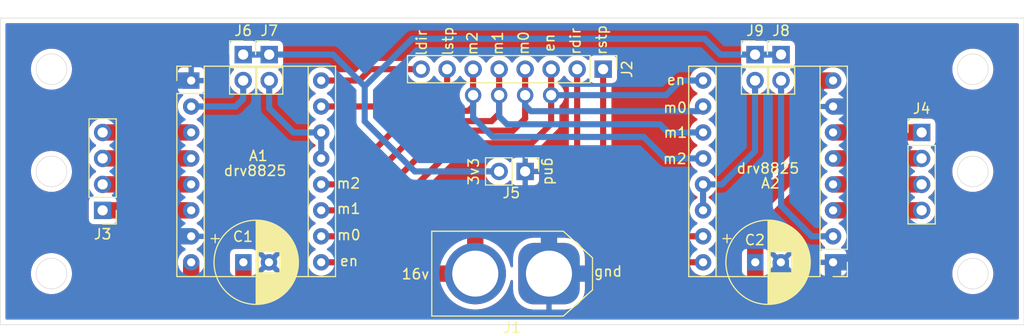
<source format=kicad_pcb>
(kicad_pcb (version 20201002) (generator pcbnew)
  (layers (0 "F.Cu" signal) (31 "B.Cu" signal) (34 "B.Paste" user) (35 "F.Paste" user) (36 "B.SilkS" user "B.Silkscreen") (37 "F.SilkS" user "F.Silkscreen") (38 "B.Mask" user) (39 "F.Mask" user) (44 "Edge.Cuts" user))
  (net 0 "")
  (net 1 "/ldir")
  (net 2 "/12v")
  (net 3 "/lstep")
  (net 4 "GND")
  (net 5 "/3v3")
  (net 6 "/la2")
  (net 7 "/m2")
  (net 8 "/la1")
  (net 9 "/m1")
  (net 10 "/m0")
  (net 11 "/en")
  (net 12 "/rdir")
  (net 13 "/rstep")
  (net 14 "/lb1")
  (net 15 "/lb2")
  (net 16 "/ra2")
  (net 17 "/ra1")
  (net 18 "/rb1")
  (net 19 "/rb2")
  (net 20 "/lflt")
  (net 21 "/rflt")
  (net 22 "/lslp")
  (net 23 "/rslp")
  (module "Connector_PinHeader_2.54mm:PinHeader_1x02_P2.54mm_Vertical" (layer "F.Cu") (at 126.27 53.57)
    (fp_text reference "J7" (at 0 -2.33) (layer "F.SilkS"))
    (fp_text value "Conn_01x02_Male")
    (pad "1" thru_hole rect (at 0 0) (size 1.7 1.7) (drill 1) (layers *.Cu *.Mask) (net 5 "/3v3"))
    (pad "2" thru_hole oval (at 0 2.54) (size 1.7 1.7) (drill 1) (layers *.Cu *.Mask) (net 22 "/lslp"))
  )
  (module "Connector_PinHeader_2.54mm:PinHeader_1x02_P2.54mm_Vertical" (layer "F.Cu") (at 151.27 65 -90)
    (fp_text reference "J5" (at 2.11 1.35 180) (layer "F.SilkS"))
    (fp_text value "Conn_01x02_Male")
    (pad "1" thru_hole rect (at 0 0 270) (size 1.7 1.7) (drill 1) (layers *.Cu *.Mask) (net 4 "GND"))
    (pad "2" thru_hole oval (at 0 2.54 270) (size 1.7 1.7) (drill 1) (layers *.Cu *.Mask) (net 5 "/3v3"))
  )
  (module "Connector_PinHeader_2.54mm:PinHeader_1x08_P2.54mm_Vertical" (layer "F.Cu") (at 158.89 55 -90)
    (fp_text reference "J2" (at 0 -2.33 90) (layer "F.SilkS"))
    (fp_text value "Conn_01x08_Male")
    (pad "1" thru_hole rect (at 0 0 270) (size 1.7 1.7) (drill 1) (layers *.Cu *.Mask) (net 13 "/rstep"))
    (pad "2" thru_hole oval (at 0 2.54 270) (size 1.7 1.7) (drill 1) (layers *.Cu *.Mask) (net 12 "/rdir"))
    (pad "3" thru_hole oval (at 0 5.08 270) (size 1.7 1.7) (drill 1) (layers *.Cu *.Mask) (net 11 "/en"))
    (pad "4" thru_hole oval (at 0 7.62 270) (size 1.7 1.7) (drill 1) (layers *.Cu *.Mask) (net 10 "/m0"))
    (pad "5" thru_hole oval (at 0 10.16 270) (size 1.7 1.7) (drill 1) (layers *.Cu *.Mask) (net 9 "/m1"))
    (pad "6" thru_hole oval (at 0 12.7 270) (size 1.7 1.7) (drill 1) (layers *.Cu *.Mask) (net 7 "/m2"))
    (pad "7" thru_hole oval (at 0 15.24 270) (size 1.7 1.7) (drill 1) (layers *.Cu *.Mask) (net 3 "/lstep"))
    (pad "8" thru_hole oval (at 0 17.78 270) (size 1.7 1.7) (drill 1) (layers *.Cu *.Mask) (net 1 "/ldir"))
  )
  (module "Connector_PinHeader_2.54mm:PinHeader_1x02_P2.54mm_Vertical" (layer "F.Cu") (at 173.73 53.57)
    (fp_text reference "J9" (at 0 -2.33) (layer "F.SilkS"))
    (fp_text value "Conn_01x02_Male")
    (pad "1" thru_hole rect (at 0 0) (size 1.7 1.7) (drill 1) (layers *.Cu *.Mask) (net 5 "/3v3"))
    (pad "2" thru_hole oval (at 0 2.54) (size 1.7 1.7) (drill 1) (layers *.Cu *.Mask) (net 23 "/rslp"))
  )
  (module "Connector_PinHeader_2.54mm:PinHeader_1x04_P2.54mm_Vertical" (layer "F.Cu") (at 190 61.19)
    (fp_text reference "J4" (at 0 -2.33) (layer "F.SilkS"))
    (fp_text value "Conn_01x04_Male")
    (pad "1" thru_hole rect (at 0 0) (size 1.7 1.7) (drill 1) (layers *.Cu *.Mask) (net 19 "/rb2"))
    (pad "2" thru_hole oval (at 0 2.54) (size 1.7 1.7) (drill 1) (layers *.Cu *.Mask) (net 18 "/rb1"))
    (pad "3" thru_hole oval (at 0 5.08) (size 1.7 1.7) (drill 1) (layers *.Cu *.Mask) (net 17 "/ra1"))
    (pad "4" thru_hole oval (at 0 7.62) (size 1.7 1.7) (drill 1) (layers *.Cu *.Mask) (net 16 "/ra2"))
  )
  (module "Connector_AMASS:AMASS_XT60-M_1x02_P7.20mm_Vertical" (layer "F.Cu") (at 153.6 75 180)
    (fp_text reference "J1" (at 3.6 -5.3 180) (layer "F.SilkS"))
    (fp_text value "xt60")
    (pad "1" thru_hole roundrect (at 0 0 180) (size 6 6) (drill 4.5) (layers *.Cu *.Mask) (net 4 "GND"))
    (pad "2" thru_hole circle (at 7.2 0 180) (size 6 6) (drill 4.5) (layers *.Cu *.Mask) (net 2 "/12v"))
  )
  (module "Module:Pololu_Breakout-16_15.2x20.3mm" (layer "F.Cu") (at 118.65 56.11)
    (fp_text reference "A1" (at 6.56 7.37) (layer "F.SilkS"))
    (fp_text value "Pololu_Breakout_DRV8825")
    (pad "1" thru_hole rect (at 0 0) (size 1.6 1.6) (drill 0.8) (layers *.Cu *.Mask) (net 4 "GND"))
    (pad "2" thru_hole oval (at 0 2.54) (size 1.6 1.6) (drill 0.8) (layers *.Cu *.Mask) (net 20 "/lflt"))
    (pad "3" thru_hole oval (at 0 5.08) (size 1.6 1.6) (drill 0.8) (layers *.Cu *.Mask) (net 6 "/la2"))
    (pad "4" thru_hole oval (at 0 7.62) (size 1.6 1.6) (drill 0.8) (layers *.Cu *.Mask) (net 8 "/la1"))
    (pad "5" thru_hole oval (at 0 10.16) (size 1.6 1.6) (drill 0.8) (layers *.Cu *.Mask) (net 14 "/lb1"))
    (pad "6" thru_hole oval (at 0 12.7) (size 1.6 1.6) (drill 0.8) (layers *.Cu *.Mask) (net 15 "/lb2"))
    (pad "7" thru_hole oval (at 0 15.24) (size 1.6 1.6) (drill 0.8) (layers *.Cu *.Mask) (net 4 "GND"))
    (pad "8" thru_hole oval (at 0 17.78) (size 1.6 1.6) (drill 0.8) (layers *.Cu *.Mask) (net 2 "/12v"))
    (pad "9" thru_hole oval (at 12.7 17.78) (size 1.6 1.6) (drill 0.8) (layers *.Cu *.Mask) (net 11 "/en"))
    (pad "10" thru_hole oval (at 12.7 15.24) (size 1.6 1.6) (drill 0.8) (layers *.Cu *.Mask) (net 10 "/m0"))
    (pad "11" thru_hole oval (at 12.7 12.7) (size 1.6 1.6) (drill 0.8) (layers *.Cu *.Mask) (net 9 "/m1"))
    (pad "12" thru_hole oval (at 12.7 10.16) (size 1.6 1.6) (drill 0.8) (layers *.Cu *.Mask) (net 7 "/m2"))
    (pad "13" thru_hole oval (at 12.7 7.62) (size 1.6 1.6) (drill 0.8) (layers *.Cu *.Mask) (net 22 "/lslp"))
    (pad "14" thru_hole oval (at 12.7 5.08) (size 1.6 1.6) (drill 0.8) (layers *.Cu *.Mask) (net 22 "/lslp"))
    (pad "15" thru_hole oval (at 12.7 2.54) (size 1.6 1.6) (drill 0.8) (layers *.Cu *.Mask) (net 3 "/lstep"))
    (pad "16" thru_hole oval (at 12.7 0) (size 1.6 1.6) (drill 0.8) (layers *.Cu *.Mask) (net 1 "/ldir"))
  )
  (module "Connector_PinHeader_2.54mm:PinHeader_1x02_P2.54mm_Vertical" (layer "F.Cu") (at 176.27 53.57)
    (fp_text reference "J8" (at 0 -2.33) (layer "F.SilkS"))
    (fp_text value "Conn_01x02_Male")
    (pad "1" thru_hole rect (at 0 0) (size 1.7 1.7) (drill 1) (layers *.Cu *.Mask) (net 5 "/3v3"))
    (pad "2" thru_hole oval (at 0 2.54) (size 1.7 1.7) (drill 1) (layers *.Cu *.Mask) (net 21 "/rflt"))
  )
  (module "Module:Pololu_Breakout-16_15.2x20.3mm" (layer "F.Cu") (at 181.35 73.89 180)
    (fp_text reference "A2" (at 6.12 7.73) (layer "F.SilkS"))
    (fp_text value "Pololu_Breakout_DRV8825")
    (pad "1" thru_hole rect (at 0 0 180) (size 1.6 1.6) (drill 0.8) (layers *.Cu *.Mask) (net 4 "GND"))
    (pad "2" thru_hole oval (at 0 2.54 180) (size 1.6 1.6) (drill 0.8) (layers *.Cu *.Mask) (net 21 "/rflt"))
    (pad "3" thru_hole oval (at 0 5.08 180) (size 1.6 1.6) (drill 0.8) (layers *.Cu *.Mask) (net 16 "/ra2"))
    (pad "4" thru_hole oval (at 0 7.62 180) (size 1.6 1.6) (drill 0.8) (layers *.Cu *.Mask) (net 17 "/ra1"))
    (pad "5" thru_hole oval (at 0 10.16 180) (size 1.6 1.6) (drill 0.8) (layers *.Cu *.Mask) (net 18 "/rb1"))
    (pad "6" thru_hole oval (at 0 12.7 180) (size 1.6 1.6) (drill 0.8) (layers *.Cu *.Mask) (net 19 "/rb2"))
    (pad "7" thru_hole oval (at 0 15.24 180) (size 1.6 1.6) (drill 0.8) (layers *.Cu *.Mask) (net 4 "GND"))
    (pad "8" thru_hole oval (at 0 17.78 180) (size 1.6 1.6) (drill 0.8) (layers *.Cu *.Mask) (net 2 "/12v"))
    (pad "9" thru_hole oval (at 12.7 17.78 180) (size 1.6 1.6) (drill 0.8) (layers *.Cu *.Mask) (net 11 "/en"))
    (pad "10" thru_hole oval (at 12.7 15.24 180) (size 1.6 1.6) (drill 0.8) (layers *.Cu *.Mask) (net 10 "/m0"))
    (pad "11" thru_hole oval (at 12.7 12.7 180) (size 1.6 1.6) (drill 0.8) (layers *.Cu *.Mask) (net 9 "/m1"))
    (pad "12" thru_hole oval (at 12.7 10.16 180) (size 1.6 1.6) (drill 0.8) (layers *.Cu *.Mask) (net 7 "/m2"))
    (pad "13" thru_hole oval (at 12.7 7.62 180) (size 1.6 1.6) (drill 0.8) (layers *.Cu *.Mask) (net 23 "/rslp"))
    (pad "14" thru_hole oval (at 12.7 5.08 180) (size 1.6 1.6) (drill 0.8) (layers *.Cu *.Mask) (net 23 "/rslp"))
    (pad "15" thru_hole oval (at 12.7 2.54 180) (size 1.6 1.6) (drill 0.8) (layers *.Cu *.Mask) (net 13 "/rstep"))
    (pad "16" thru_hole oval (at 12.7 0 180) (size 1.6 1.6) (drill 0.8) (layers *.Cu *.Mask) (net 12 "/rdir"))
  )
  (module "Connector_PinHeader_2.54mm:PinHeader_1x04_P2.54mm_Vertical" (layer "F.Cu") (at 110 68.81 180)
    (fp_text reference "J3" (at 0 -2.33) (layer "F.SilkS"))
    (fp_text value "Conn_01x04_Male")
    (pad "1" thru_hole rect (at 0 0 180) (size 1.7 1.7) (drill 1) (layers *.Cu *.Mask) (net 15 "/lb2"))
    (pad "2" thru_hole oval (at 0 2.54 180) (size 1.7 1.7) (drill 1) (layers *.Cu *.Mask) (net 14 "/lb1"))
    (pad "3" thru_hole oval (at 0 5.08 180) (size 1.7 1.7) (drill 1) (layers *.Cu *.Mask) (net 8 "/la1"))
    (pad "4" thru_hole oval (at 0 7.62 180) (size 1.7 1.7) (drill 1) (layers *.Cu *.Mask) (net 6 "/la2"))
  )
  (module "Capacitor_THT:CP_Radial_D8.0mm_P2.50mm" (layer "F.Cu") (at 123.75 73.89)
    (fp_text reference "C1" (at -0.05 -2.51) (layer "F.SilkS"))
    (fp_text value "C")
    (pad "1" thru_hole rect (at 0 0) (size 1.6 1.6) (drill 0.8) (layers *.Cu *.Mask) (net 2 "/12v"))
    (pad "2" thru_hole circle (at 2.5 0) (size 1.6 1.6) (drill 0.8) (layers *.Cu *.Mask) (net 4 "GND"))
  )
  (module "Connector_PinHeader_2.54mm:PinHeader_1x02_P2.54mm_Vertical" (layer "F.Cu") (at 123.73 53.57)
    (fp_text reference "J6" (at 0 -2.33) (layer "F.SilkS"))
    (fp_text value "Conn_01x02_Male")
    (pad "1" thru_hole rect (at 0 0) (size 1.7 1.7) (drill 1) (layers *.Cu *.Mask) (net 5 "/3v3"))
    (pad "2" thru_hole oval (at 0 2.54) (size 1.7 1.7) (drill 1) (layers *.Cu *.Mask) (net 20 "/lflt"))
  )
  (module "Capacitor_THT:CP_Radial_D8.0mm_P2.50mm" (layer "F.Cu") (at 173.75 73.89)
    (fp_text reference "C2" (at -0.04 -2.18) (layer "F.SilkS"))
    (fp_text value "C")
    (pad "1" thru_hole rect (at 0 0) (size 1.6 1.6) (drill 0.8) (layers *.Cu *.Mask) (net 2 "/12v"))
    (pad "2" thru_hole circle (at 2.5 0) (size 1.6 1.6) (drill 0.8) (layers *.Cu *.Mask) (net 4 "GND"))
  )
  (gr_circle (center 195 55) (end 196.5 55) (layer "Edge.Cuts") (width 0.05))
  (gr_circle (center 195 75) (end 196.5 75) (layer "Edge.Cuts") (width 0.05))
  (gr_circle (center 195 65) (end 196.5 65) (layer "Edge.Cuts") (width 0.05))
  (gr_line (start 200 80) (end 100 80) (layer "Edge.Cuts") (width 0.05))
  (gr_circle (center 105 75) (end 106.5 75) (layer "Edge.Cuts") (width 0.05))
  (gr_line (start 100 50) (end 100 80) (layer "Edge.Cuts") (width 0.05))
  (gr_circle (center 105 55) (end 106.5 55) (layer "Edge.Cuts") (width 0.05))
  (gr_circle (center 105 65) (end 106.5 65) (layer "Edge.Cuts") (width 0.05))
  (gr_line (start 100 50) (end 200 50) (layer "Edge.Cuts") (width 0.05))
  (gr_line (start 200 50) (end 200 80) (layer "Edge.Cuts") (width 0.05))
  (gr_text "gnd" (at 153.68 64.99 270) (layer "F.SilkS") (effects (font (size 1 1))))
  (gr_text "drv8825" (at 174.99 64.71) (layer "F.SilkS") (effects (font (size 1 1))))
  (gr_text "m1" (at 134.03 68.65) (layer "F.SilkS") (effects (font (size 1 1))))
  (gr_text "gnd" (at 159.37 74.78) (layer "F.SilkS") (effects (font (size 1 1))))
  (gr_text "drv8825" (at 124.89 64.94) (layer "F.SilkS") (effects (font (size 1 1))))
  (gr_text "m2" (at 165.89 63.77) (layer "F.SilkS") (effects (font (size 1 1))))
  (gr_text "m2" (at 146.11 52.48 90) (layer "F.SilkS") (effects (font (size 1 1))))
  (gr_text "m0" (at 134.05 71.22) (layer "F.SilkS") (effects (font (size 1 1))))
  (gr_text "m0" (at 151.12 52.44 90) (layer "F.SilkS") (effects (font (size 1 1))))
  (gr_text "rdir" (at 156.18 52.26 90) (layer "F.SilkS") (effects (font (size 1 1))))
  (gr_text "lstp" (at 143.74 52.26 90) (layer "F.SilkS") (effects (font (size 1 1))))
  (gr_text "m1" (at 165.95 61.2) (layer "F.SilkS") (effects (font (size 1 1))))
  (gr_text "en" (at 134.07 73.76) (layer "F.SilkS") (effects (font (size 1 1))))
  (gr_text "m1" (at 148.59 52.46 90) (layer "F.SilkS") (effects (font (size 1 1))))
  (gr_text "rstp" (at 158.73 52.14 90) (layer "F.SilkS") (effects (font (size 1 1))))
  (gr_text "ldir" (at 141.16 52.42 90) (layer "F.SilkS") (effects (font (size 1 1))))
  (gr_text "en" (at 153.63 52.42 90) (layer "F.SilkS") (effects (font (size 1 1))))
  (gr_text "en" (at 166.01 56.04) (layer "F.SilkS") (effects (font (size 1 1))))
  (gr_text "m0" (at 165.92 58.76) (layer "F.SilkS") (effects (font (size 1 1))))
  (gr_text "3v3" (at 146.24 65.01 90) (layer "F.SilkS") (effects (font (size 1 1))))
  (gr_text "m2" (at 134.01 66.17) (layer "F.SilkS") (effects (font (size 1 1))))
  (gr_text "16v" (at 140.56 75.05) (layer "F.SilkS") (effects (font (size 1 1))))
  (segment (start 136.17 55) (end 135.06 56.11) (width 0.6) (layer "F.Cu") (net 1))
  (segment (start 135.06 56.11) (end 131.35 56.11) (width 0.6) (layer "F.Cu") (net 1))
  (segment (start 141.11 55) (end 136.17 55) (width 0.6) (layer "F.Cu") (net 1))
  (segment (start 139.53 75) (end 146.4 75) (width 1.6) (layer "F.Cu") (net 2))
  (segment (start 173.75 73.89) (end 173.75 75.57) (width 1.6) (layer "F.Cu") (net 2))
  (segment (start 146.4 75) (end 146.4 71.19) (width 1.6) (layer "F.Cu") (net 2))
  (segment (start 148.37 69.22) (end 155.92 69.22) (width 1.6) (layer "F.Cu") (net 2))
  (segment (start 123.56 77.74) (end 136.79 77.74) (width 1.6) (layer "F.Cu") (net 2))
  (segment (start 159.47 72.77) (end 159.47 74.72) (width 1.6) (layer "F.Cu") (net 2))
  (segment (start 162.38 77.63) (end 171.69 77.63) (width 1.6) (layer "F.Cu") (net 2))
  (segment (start 181.35 56.11) (end 180.21 56.11) (width 1.6) (layer "F.Cu") (net 2))
  (segment (start 155.92 69.22) (end 159.47 72.77) (width 1.6) (layer "F.Cu") (net 2))
  (segment (start 123.75 73.89) (end 123.75 77.55) (width 1.6) (layer "F.Cu") (net 2))
  (segment (start 146.4 71.19) (end 148.37 69.22) (width 1.6) (layer "F.Cu") (net 2))
  (segment (start 173.75 68.69) (end 173.75 73.89) (width 1.6) (layer "F.Cu") (net 2))
  (segment (start 178.96 57.36) (end 178.96 63.48) (width 1.6) (layer "F.Cu") (net 2))
  (segment (start 118.65 76) (end 120.39 77.74) (width 1.6) (layer "F.Cu") (net 2))
  (segment (start 159.47 74.72) (end 162.38 77.63) (width 1.6) (layer "F.Cu") (net 2))
  (segment (start 120.39 77.74) (end 123.56 77.74) (width 1.6) (layer "F.Cu") (net 2))
  (segment (start 173.75 75.57) (end 171.69 77.63) (width 1.6) (layer "F.Cu") (net 2))
  (segment (start 178.96 63.48) (end 173.75 68.69) (width 1.6) (layer "F.Cu") (net 2))
  (segment (start 136.79 77.74) (end 139.53 75) (width 1.6) (layer "F.Cu") (net 2))
  (segment (start 180.21 56.11) (end 178.96 57.36) (width 1.6) (layer "F.Cu") (net 2))
  (segment (start 118.65 73.89) (end 118.65 76) (width 1.6) (layer "F.Cu") (net 2))
  (segment (start 142.58 57.79) (end 138.01 57.79) (width 0.6) (layer "F.Cu") (net 3))
  (segment (start 143.65 56.72) (end 142.58 57.79) (width 0.6) (layer "F.Cu") (net 3))
  (segment (start 137.15 58.65) (end 131.35 58.65) (width 0.6) (layer "F.Cu") (net 3))
  (segment (start 143.65 55) (end 143.65 56.72) (width 0.6) (layer "F.Cu") (net 3))
  (segment (start 138.01 57.79) (end 137.15 58.65) (width 0.6) (layer "F.Cu") (net 3))
  (segment (start 129.06 77.63) (end 136.68 77.63) (width 1.6) (layer "B.Cu") (net 4))
  (segment (start 136.68 77.63) (end 140.08 74.23) (width 1.6) (layer "B.Cu") (net 4))
  (segment (start 140.08 74.23) (end 140.08 71.92) (width 1.6) (layer "B.Cu") (net 4))
  (segment (start 159.49 75) (end 162.21 77.72) (width 1.6) (layer "B.Cu") (net 4))
  (segment (start 174.51 77.72) (end 176.26 77.72) (width 1.6) (layer "B.Cu") (net 4))
  (segment (start 180.21 77.72) (end 181.35 76.58) (width 1.6) (layer "B.Cu") (net 4))
  (segment (start 114.68 70.11) (end 115.92 71.35) (width 1.6) (layer "B.Cu") (net 4))
  (segment (start 152.17 69.13) (end 153.6 70.56) (width 1.6) (layer "B.Cu") (net 4))
  (segment (start 185.78 72.5) (end 185.78 59.84) (width 1.6) (layer "B.Cu") (net 4))
  (segment (start 153.81 67.49) (end 152.17 69.13) (width 0.6) (layer "B.Cu") (net 4))
  (segment (start 184.39 73.89) (end 185.78 72.5) (width 1.6) (layer "B.Cu") (net 4))
  (segment (start 153.6 70.56) (end 153.6 75) (width 1.6) (layer "B.Cu") (net 4))
  (segment (start 176.26 77.72) (end 180.21 77.72) (width 1.6) (layer "B.Cu") (net 4))
  (segment (start 142.87 69.13) (end 152.17 69.13) (width 1.6) (layer "B.Cu") (net 4))
  (segment (start 116.89 77.63) (end 114.68 75.42) (width 1.6) (layer "B.Cu") (net 4))
  (segment (start 153.81 65) (end 153.81 67.49) (width 0.6) (layer "B.Cu") (net 4))
  (segment (start 162.21 77.72) (end 174.51 77.72) (width 1.6) (layer "B.Cu") (net 4))
  (segment (start 115.92 71.35) (end 118.65 71.35) (width 1.6) (layer "B.Cu") (net 4))
  (segment (start 114.68 57.42) (end 114.68 70.11) (width 1.6) (layer "B.Cu") (net 4))
  (segment (start 181.35 76.58) (end 181.35 73.89) (width 1.6) (layer "B.Cu") (net 4))
  (segment (start 181.35 73.89) (end 184.39 73.89) (width 1.6) (layer "B.Cu") (net 4))
  (segment (start 185.78 59.84) (end 184.59 58.65) (width 1.6) (layer "B.Cu") (net 4))
  (segment (start 118.65 56.11) (end 115.99 56.11) (width 1.6) (layer "B.Cu") (net 4))
  (segment (start 114.68 75.42) (end 114.68 70.11) (width 1.6) (layer "B.Cu") (net 4))
  (segment (start 184.59 58.65) (end 181.35 58.65) (width 1.6) (layer "B.Cu") (net 4))
  (segment (start 176.25 77.71) (end 176.26 77.72) (width 1.6) (layer "B.Cu") (net 4))
  (segment (start 176.25 73.89) (end 176.25 77.71) (width 1.6) (layer "B.Cu") (net 4))
  (segment (start 115.99 56.11) (end 114.68 57.42) (width 1.6) (layer "B.Cu") (net 4))
  (segment (start 140.08 71.92) (end 142.87 69.13) (width 1.6) (layer "B.Cu") (net 4))
  (segment (start 129.06 77.63) (end 116.89 77.63) (width 1.6) (layer "B.Cu") (net 4))
  (segment (start 153.6 75) (end 159.49 75) (width 1.6) (layer "B.Cu") (net 4))
  (segment (start 168.81 52.03) (end 170.35 53.57) (width 0.6) (layer "B.Cu") (net 5))
  (segment (start 123.73 53.57) (end 126.27 53.57) (width 0.6) (layer "B.Cu") (net 5))
  (segment (start 135.6 60.11) (end 135.6 56.67) (width 0.6) (layer "B.Cu") (net 5))
  (segment (start 135.6 56.67) (end 140.24 52.03) (width 0.6) (layer "B.Cu") (net 5))
  (segment (start 170.35 53.57) (end 173.73 53.57) (width 0.6) (layer "B.Cu") (net 5))
  (segment (start 148.73 65) (end 140.49 65) (width 0.6) (layer "B.Cu") (net 5))
  (segment (start 173.73 53.57) (end 176.27 53.57) (width 0.6) (layer "B.Cu") (net 5))
  (segment (start 132.5 53.57) (end 135.6 56.67) (width 0.6) (layer "B.Cu") (net 5))
  (segment (start 140.24 52.03) (end 168.81 52.03) (width 0.6) (layer "B.Cu") (net 5))
  (segment (start 126.27 53.57) (end 132.5 53.57) (width 0.6) (layer "B.Cu") (net 5))
  (segment (start 140.49 65) (end 135.6 60.11) (width 0.6) (layer "B.Cu") (net 5))
  (segment (start 118.65 61.19) (end 110 61.19) (width 1.6) (layer "F.Cu") (net 6))
  (segment (start 145.74 59.07) (end 140.36 59.07) (width 0.6) (layer "F.Cu") (net 7))
  (segment (start 131.35 66.27) (end 133.16 66.27) (width 0.6) (layer "F.Cu") (net 7))
  (segment (start 146.19 57.54) (end 146.19 58.62) (width 0.6) (layer "F.Cu") (net 7))
  (segment (start 146.19 58.62) (end 145.74 59.07) (width 0.6) (layer "F.Cu") (net 7))
  (segment (start 133.16 66.27) (end 140.36 59.07) (width 0.6) (layer "F.Cu") (net 7))
  (segment (start 146.19 57.54) (end 146.19 55) (width 0.6) (layer "F.Cu") (net 7))
  (via (at 146.19 57.54) (size 1.6) (drill 1) (layers "F.Cu" "B.Cu") (net 7))
  (segment (start 146.19 57.54) (end 146.19 59.71) (width 0.6) (layer "B.Cu") (net 7))
  (segment (start 146.19 59.71) (end 148.11 61.63) (width 0.6) (layer "B.Cu") (net 7))
  (segment (start 148.11 61.63) (end 162.86 61.63) (width 0.6) (layer "B.Cu") (net 7))
  (segment (start 164.96 63.73) (end 168.65 63.73) (width 0.6) (layer "B.Cu") (net 7))
  (segment (start 162.86 61.63) (end 164.96 63.73) (width 0.6) (layer "B.Cu") (net 7))
  (segment (start 110 63.73) (end 118.65 63.73) (width 1.6) (layer "F.Cu") (net 8))
  (segment (start 148.73 58.08) (end 148.73 55) (width 0.6) (layer "F.Cu") (net 9))
  (segment (start 131.35 68.81) (end 133.11 68.81) (width 0.6) (layer "F.Cu") (net 9))
  (segment (start 148.73 59.35) (end 148.73 58.08) (width 0.6) (layer "F.Cu") (net 9))
  (segment (start 148 60.08) (end 148.73 59.35) (width 0.6) (layer "F.Cu") (net 9))
  (segment (start 133.11 68.81) (end 141.84 60.08) (width 0.6) (layer "F.Cu") (net 9))
  (segment (start 141.84 60.08) (end 148 60.08) (width 0.6) (layer "F.Cu") (net 9))
  (via (at 148.73 57.54) (size 1.6) (drill 1) (layers "F.Cu" "B.Cu") (net 9))
  (segment (start 148.73 59.62) (end 148.73 57.54) (width 0.6) (layer "B.Cu") (net 9))
  (segment (start 149.5 60.39) (end 148.73 59.62) (width 0.6) (layer "B.Cu") (net 9))
  (segment (start 164.43 60.39) (end 149.5 60.39) (width 0.6) (layer "B.Cu") (net 9))
  (segment (start 165.23 61.19) (end 164.43 60.39) (width 0.6) (layer "B.Cu") (net 9))
  (segment (start 168.65 61.19) (end 165.23 61.19) (width 0.6) (layer "B.Cu") (net 9))
  (segment (start 133.08 71.35) (end 131.35 71.35) (width 0.6) (layer "F.Cu") (net 10))
  (segment (start 151.27 55) (end 151.27 59.83) (width 0.6) (layer "F.Cu") (net 10))
  (segment (start 151.27 59.83) (end 150.09 61.01) (width 0.6) (layer "F.Cu") (net 10))
  (segment (start 143.42 61.01) (end 133.08 71.35) (width 0.6) (layer "F.Cu") (net 10))
  (segment (start 150.09 61.01) (end 143.42 61.01) (width 0.6) (layer "F.Cu") (net 10))
  (via (at 151.27 57.54) (size 1.6) (drill 1) (layers "F.Cu" "B.Cu") (net 10))
  (segment (start 168.19 59.11) (end 151.83 59.11) (width 0.6) (layer "B.Cu") (net 10))
  (segment (start 168.65 58.65) (end 168.19 59.11) (width 0.6) (layer "B.Cu") (net 10))
  (segment (start 151.83 59.11) (end 151.27 58.55) (width 0.6) (layer "B.Cu") (net 10))
  (segment (start 151.27 58.55) (end 151.27 57.54) (width 0.6) (layer "B.Cu") (net 10))
  (segment (start 131.35 73.89) (end 133.08 73.89) (width 0.6) (layer "F.Cu") (net 11))
  (segment (start 133.08 73.89) (end 144.72 62.25) (width 0.6) (layer "F.Cu") (net 11))
  (segment (start 151.9 62.25) (end 153.81 60.34) (width 0.6) (layer "F.Cu") (net 11))
  (segment (start 153.81 60.34) (end 153.81 57.68) (width 0.6) (layer "F.Cu") (net 11))
  (segment (start 144.72 62.25) (end 151.9 62.25) (width 0.6) (layer "F.Cu") (net 11))
  (segment (start 153.81 57.68) (end 153.81 55) (width 0.6) (layer "F.Cu") (net 11))
  (via (at 153.81 57.54) (size 1.6) (drill 1) (layers "F.Cu" "B.Cu") (net 11))
  (segment (start 165.04 57.54) (end 166.47 56.11) (width 0.6) (layer "B.Cu") (net 11))
  (segment (start 166.47 56.11) (end 168.65 56.11) (width 0.6) (layer "B.Cu") (net 11))
  (segment (start 153.81 57.54) (end 165.04 57.54) (width 0.6) (layer "B.Cu") (net 11))
  (segment (start 167.06 73.89) (end 168.65 73.89) (width 0.6) (layer "F.Cu") (net 12))
  (segment (start 156.35 55) (end 156.35 63.18) (width 0.6) (layer "F.Cu") (net 12))
  (segment (start 166.36 73.19) (end 167.06 73.89) (width 0.6) (layer "F.Cu") (net 12))
  (segment (start 156.35 63.18) (end 166.36 73.19) (width 0.6) (layer "F.Cu") (net 12))
  (segment (start 158.89 63.08) (end 167.16 71.35) (width 0.6) (layer "F.Cu") (net 13))
  (segment (start 167.16 71.35) (end 168.65 71.35) (width 0.6) (layer "F.Cu") (net 13))
  (segment (start 158.89 55) (end 158.89 63.08) (width 0.6) (layer "F.Cu") (net 13))
  (segment (start 118.65 66.27) (end 110 66.27) (width 1.6) (layer "F.Cu") (net 14))
  (segment (start 110 68.81) (end 118.65 68.81) (width 1.6) (layer "F.Cu") (net 15))
  (segment (start 190 68.81) (end 181.35 68.81) (width 1.6) (layer "F.Cu") (net 16))
  (segment (start 181.35 66.27) (end 190 66.27) (width 1.6) (layer "F.Cu") (net 17))
  (segment (start 190 63.73) (end 181.35 63.73) (width 1.6) (layer "F.Cu") (net 18))
  (segment (start 181.35 61.19) (end 190 61.19) (width 1.6) (layer "F.Cu") (net 19))
  (segment (start 121.67 58.65) (end 122.99 58.65) (width 0.6) (layer "B.Cu") (net 20))
  (segment (start 122.99 58.65) (end 123.73 57.91) (width 0.6) (layer "B.Cu") (net 20))
  (segment (start 123.73 57.91) (end 123.73 56.11) (width 0.6) (layer "B.Cu") (net 20))
  (segment (start 118.65 58.65) (end 121.67 58.65) (width 0.6) (layer "B.Cu") (net 20))
  (segment (start 179.27 71.35) (end 181.35 71.35) (width 0.6) (layer "B.Cu") (net 21))
  (segment (start 176.27 56.11) (end 176.27 68.35) (width 0.6) (layer "B.Cu") (net 21))
  (segment (start 176.27 68.35) (end 179.27 71.35) (width 0.6) (layer "B.Cu") (net 21))
  (segment (start 131.35 61.19) (end 131.35 63.73) (width 0.6) (layer "B.Cu") (net 22))
  (segment (start 126.27 58.82) (end 128.64 61.19) (width 0.6) (layer "B.Cu") (net 22))
  (segment (start 126.27 56.11) (end 126.27 58.82) (width 0.6) (layer "B.Cu") (net 22))
  (segment (start 131.35 61.19) (end 128.64 61.19) (width 0.6) (layer "B.Cu") (net 22))
  (segment (start 170.48 66.27) (end 173.73 63.02) (width 0.6) (layer "B.Cu") (net 23))
  (segment (start 168.65 66.27) (end 170.48 66.27) (width 0.6) (layer "B.Cu") (net 23))
  (segment (start 168.65 66.27) (end 168.65 68.81) (width 0.6) (layer "B.Cu") (net 23))
  (segment (start 173.73 63.02) (end 173.73 56.11) (width 0.6) (layer "B.Cu") (net 23))
  (zone (net 4) (net_name "GND") (layers F&B.Cu) (connect_pads (clearance 0.508)) (min_thickness 0.254) (fill yes (thermal_gap 0.508) (thermal_bridge_width 0.508))
    (polygon (pts (xy 200 80) (xy 100 80) (xy 100 50) (xy 200 50)))
  )
)
</source>
